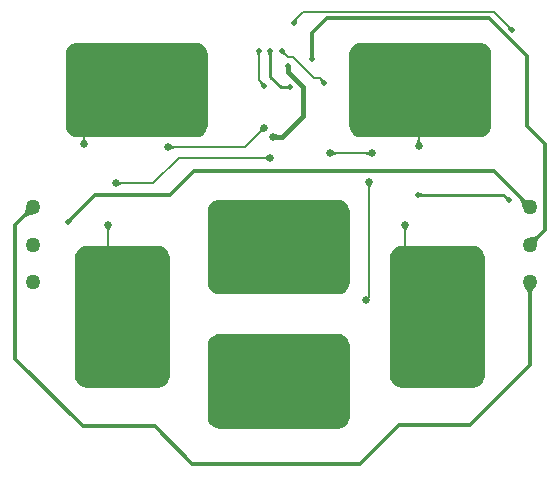
<source format=gtl>
G04 Layer_Physical_Order=1*
G04 Layer_Color=255*
%FSLAX25Y25*%
%MOIN*%
G70*
G01*
G75*
%ADD10C,0.00800*%
%ADD11C,0.01200*%
%ADD12C,0.01000*%
%ADD13C,0.01500*%
%ADD14C,0.05000*%
%ADD15C,0.02000*%
%ADD16C,0.02500*%
G36*
X3844894Y3021316D02*
X3845042Y3021190D01*
X3845113Y3021139D01*
X3845182Y3021096D01*
X3845248Y3021061D01*
X3845312Y3021034D01*
X3845374Y3021015D01*
X3845433Y3021003D01*
X3845490Y3021000D01*
X3844500Y3020010D01*
X3844497Y3020067D01*
X3844485Y3020127D01*
X3844466Y3020188D01*
X3844439Y3020252D01*
X3844404Y3020318D01*
X3844361Y3020387D01*
X3844310Y3020457D01*
X3844251Y3020530D01*
X3844110Y3020683D01*
X3844817Y3021390D01*
X3844894Y3021316D01*
D02*
G37*
G36*
X3815997Y3022422D02*
X3816047Y3022388D01*
X3816104Y3022358D01*
X3816169Y3022332D01*
X3816240Y3022310D01*
X3816319Y3022292D01*
X3816405Y3022278D01*
X3816498Y3022268D01*
X3816706Y3022260D01*
Y3021260D01*
X3816599Y3021258D01*
X3816405Y3021242D01*
X3816319Y3021228D01*
X3816240Y3021210D01*
X3816169Y3021188D01*
X3816104Y3021162D01*
X3816047Y3021132D01*
X3815997Y3021098D01*
X3815954Y3021060D01*
Y3022460D01*
X3815997Y3022422D01*
D02*
G37*
G36*
X3686975Y3015000D02*
X3686662Y3014996D01*
X3686089Y3014944D01*
X3685830Y3014896D01*
X3685588Y3014833D01*
X3685364Y3014755D01*
X3685158Y3014663D01*
X3684970Y3014557D01*
X3684800Y3014435D01*
X3684647Y3014299D01*
X3683799Y3015148D01*
X3683935Y3015300D01*
X3684056Y3015470D01*
X3684163Y3015658D01*
X3684255Y3015864D01*
X3684333Y3016088D01*
X3684396Y3016330D01*
X3684444Y3016589D01*
X3684477Y3016867D01*
X3684496Y3017162D01*
X3684500Y3017475D01*
X3686975Y3015000D01*
D02*
G37*
G36*
X3850300Y3020565D02*
X3850470Y3020444D01*
X3850658Y3020337D01*
X3850864Y3020245D01*
X3851088Y3020167D01*
X3851330Y3020104D01*
X3851589Y3020056D01*
X3851867Y3020023D01*
X3852162Y3020004D01*
X3852475Y3020000D01*
X3850000Y3017525D01*
X3849996Y3017838D01*
X3849944Y3018411D01*
X3849896Y3018670D01*
X3849833Y3018912D01*
X3849755Y3019136D01*
X3849663Y3019342D01*
X3849556Y3019530D01*
X3849435Y3019700D01*
X3849299Y3019852D01*
X3850148Y3020701D01*
X3850300Y3020565D01*
D02*
G37*
G36*
X3765107Y3033125D02*
X3765013Y3033215D01*
X3764917Y3033296D01*
X3764818Y3033367D01*
X3764717Y3033429D01*
X3764614Y3033481D01*
X3764509Y3033524D01*
X3764401Y3033557D01*
X3764292Y3033581D01*
X3764180Y3033595D01*
X3764066Y3033600D01*
Y3034400D01*
X3764180Y3034405D01*
X3764292Y3034419D01*
X3764401Y3034443D01*
X3764509Y3034476D01*
X3764614Y3034519D01*
X3764717Y3034571D01*
X3764818Y3034633D01*
X3764917Y3034704D01*
X3765013Y3034785D01*
X3765107Y3034875D01*
Y3033125D01*
D02*
G37*
G36*
X3786987Y3036285D02*
X3787083Y3036204D01*
X3787182Y3036133D01*
X3787283Y3036071D01*
X3787386Y3036019D01*
X3787491Y3035976D01*
X3787598Y3035943D01*
X3787708Y3035919D01*
X3787820Y3035905D01*
X3787934Y3035900D01*
Y3035100D01*
X3787820Y3035095D01*
X3787708Y3035081D01*
X3787598Y3035057D01*
X3787491Y3035024D01*
X3787386Y3034981D01*
X3787283Y3034929D01*
X3787182Y3034867D01*
X3787083Y3034796D01*
X3786987Y3034715D01*
X3786893Y3034625D01*
Y3036375D01*
X3786987Y3036285D01*
D02*
G37*
G36*
X3799785Y3025013D02*
X3799704Y3024917D01*
X3799633Y3024818D01*
X3799571Y3024717D01*
X3799519Y3024614D01*
X3799476Y3024509D01*
X3799443Y3024401D01*
X3799419Y3024292D01*
X3799405Y3024180D01*
X3799400Y3024066D01*
X3798600D01*
X3798595Y3024180D01*
X3798581Y3024292D01*
X3798557Y3024401D01*
X3798524Y3024509D01*
X3798481Y3024614D01*
X3798429Y3024717D01*
X3798367Y3024818D01*
X3798296Y3024917D01*
X3798215Y3025013D01*
X3798125Y3025107D01*
X3799875D01*
X3799785Y3025013D01*
D02*
G37*
G36*
X3715487Y3026285D02*
X3715583Y3026204D01*
X3715682Y3026133D01*
X3715783Y3026071D01*
X3715886Y3026019D01*
X3715991Y3025976D01*
X3716099Y3025943D01*
X3716208Y3025919D01*
X3716320Y3025905D01*
X3716434Y3025900D01*
Y3025100D01*
X3716320Y3025095D01*
X3716208Y3025081D01*
X3716099Y3025057D01*
X3715991Y3025024D01*
X3715886Y3024981D01*
X3715783Y3024929D01*
X3715682Y3024867D01*
X3715583Y3024796D01*
X3715487Y3024715D01*
X3715393Y3024625D01*
Y3026375D01*
X3715487Y3026285D01*
D02*
G37*
G36*
X3699914Y3013066D02*
X3699835Y3012985D01*
X3699603Y3012719D01*
X3699566Y3012666D01*
X3699537Y3012619D01*
X3699516Y3012577D01*
X3699504Y3012541D01*
X3699500Y3012510D01*
X3698510Y3013500D01*
X3698541Y3013504D01*
X3698577Y3013516D01*
X3698619Y3013537D01*
X3698666Y3013566D01*
X3698719Y3013603D01*
X3698841Y3013702D01*
X3698985Y3013835D01*
X3699066Y3013914D01*
X3699914Y3013066D01*
D02*
G37*
G36*
X3834587Y3004521D02*
X3835545Y3004124D01*
X3836367Y3003493D01*
X3836998Y3002670D01*
X3837395Y3001713D01*
X3837496Y3000943D01*
Y3000685D01*
Y2961315D01*
Y2961057D01*
X3837395Y2960287D01*
X3836998Y2959329D01*
X3836367Y2958507D01*
X3835545Y2957876D01*
X3834587Y2957479D01*
X3833817Y2957378D01*
X3809679D01*
X3808909Y2957479D01*
X3807951Y2957876D01*
X3807129Y2958507D01*
X3806498Y2959329D01*
X3806101Y2960287D01*
X3806000Y2961057D01*
Y2961315D01*
Y3000685D01*
Y3000943D01*
X3806101Y3001713D01*
X3806498Y3002670D01*
X3807129Y3003493D01*
X3807951Y3004124D01*
X3808909Y3004521D01*
X3809679Y3004622D01*
X3833817D01*
X3834587Y3004521D01*
D02*
G37*
G36*
X3789591Y3019895D02*
X3790548Y3019498D01*
X3791371Y3018867D01*
X3792002Y3018045D01*
X3792398Y3017087D01*
X3792500Y3016317D01*
Y3016059D01*
Y2992437D01*
Y2992179D01*
X3792398Y2991409D01*
X3792002Y2990451D01*
X3791371Y2989629D01*
X3790548Y2988998D01*
X3789591Y2988601D01*
X3788821Y2988500D01*
X3748935D01*
X3748165Y2988601D01*
X3747207Y2988998D01*
X3746385Y2989629D01*
X3745754Y2990451D01*
X3745357Y2991409D01*
X3745256Y2992179D01*
Y2992437D01*
Y3016059D01*
Y3016317D01*
X3745357Y3017087D01*
X3745754Y3018045D01*
X3746385Y3018867D01*
X3747207Y3019498D01*
X3748165Y3019895D01*
X3748935Y3019996D01*
X3788821D01*
X3789591Y3019895D01*
D02*
G37*
G36*
X3789591Y2975147D02*
X3790548Y2974750D01*
X3791371Y2974119D01*
X3792002Y2973297D01*
X3792399Y2972339D01*
X3792500Y2971569D01*
Y2971311D01*
Y2947689D01*
Y2947431D01*
X3792399Y2946661D01*
X3792002Y2945704D01*
X3791371Y2944881D01*
X3790548Y2944250D01*
X3789591Y2943853D01*
X3788821Y2943752D01*
X3748935D01*
X3748165Y2943853D01*
X3747207Y2944250D01*
X3746385Y2944881D01*
X3745754Y2945704D01*
X3745357Y2946661D01*
X3745256Y2947431D01*
Y2947689D01*
Y2971311D01*
X3745256D01*
Y2971569D01*
X3745357Y2972339D01*
X3745754Y2973297D01*
X3746385Y2974119D01*
X3747207Y2974750D01*
X3748165Y2975147D01*
X3748935Y2975248D01*
X3788821D01*
X3789591Y2975147D01*
D02*
G37*
G36*
X3729591Y3004521D02*
X3730548Y3004124D01*
X3731371Y3003493D01*
X3732002Y3002670D01*
X3732399Y3001713D01*
X3732500Y3000943D01*
Y3000685D01*
Y2961315D01*
X3732500D01*
Y2961057D01*
X3732399Y2960287D01*
X3732002Y2959329D01*
X3731371Y2958507D01*
X3730548Y2957876D01*
X3729591Y2957479D01*
X3728821Y2957378D01*
X3704683D01*
X3703913Y2957479D01*
X3702955Y2957876D01*
X3702133Y2958507D01*
X3701502Y2959329D01*
X3701105Y2960287D01*
X3701004Y2961057D01*
Y2961315D01*
Y3000685D01*
Y3000943D01*
X3701105Y3001713D01*
X3701502Y3002670D01*
X3702133Y3003493D01*
X3702955Y3004124D01*
X3703913Y3004521D01*
X3704683Y3004622D01*
X3728821D01*
X3729591Y3004521D01*
D02*
G37*
G36*
X3712785Y3010513D02*
X3712704Y3010417D01*
X3712633Y3010318D01*
X3712571Y3010217D01*
X3712519Y3010114D01*
X3712476Y3010009D01*
X3712443Y3009901D01*
X3712419Y3009792D01*
X3712405Y3009680D01*
X3712400Y3009566D01*
X3711600D01*
X3711595Y3009680D01*
X3711581Y3009792D01*
X3711557Y3009901D01*
X3711524Y3010009D01*
X3711481Y3010114D01*
X3711429Y3010217D01*
X3711367Y3010318D01*
X3711296Y3010417D01*
X3711215Y3010513D01*
X3711125Y3010607D01*
X3712875D01*
X3712785Y3010513D01*
D02*
G37*
G36*
X3811785D02*
X3811704Y3010417D01*
X3811633Y3010318D01*
X3811571Y3010217D01*
X3811519Y3010114D01*
X3811476Y3010009D01*
X3811443Y3009901D01*
X3811419Y3009792D01*
X3811405Y3009680D01*
X3811400Y3009566D01*
X3810600D01*
X3810595Y3009680D01*
X3810581Y3009792D01*
X3810557Y3009901D01*
X3810524Y3010009D01*
X3810481Y3010114D01*
X3810429Y3010217D01*
X3810367Y3010318D01*
X3810296Y3010417D01*
X3810215Y3010513D01*
X3810125Y3010607D01*
X3811875D01*
X3811785Y3010513D01*
D02*
G37*
G36*
X3854031Y2990490D02*
X3853664Y2990048D01*
X3853514Y2989831D01*
X3853387Y2989616D01*
X3853284Y2989403D01*
X3853204Y2989192D01*
X3853146Y2988983D01*
X3853112Y2988777D01*
X3853100Y2988573D01*
X3851900D01*
X3851889Y2988777D01*
X3851854Y2988983D01*
X3851796Y2989192D01*
X3851716Y2989403D01*
X3851612Y2989616D01*
X3851486Y2989831D01*
X3851337Y2990048D01*
X3851164Y2990268D01*
X3850969Y2990490D01*
X3850750Y2990715D01*
X3854250D01*
X3854031Y2990490D01*
D02*
G37*
G36*
X3855701Y3007352D02*
X3855565Y3007200D01*
X3855444Y3007030D01*
X3855337Y3006842D01*
X3855244Y3006636D01*
X3855167Y3006412D01*
X3855104Y3006170D01*
X3855056Y3005911D01*
X3855023Y3005633D01*
X3855004Y3005338D01*
X3855000Y3005025D01*
X3852525Y3007500D01*
X3852838Y3007504D01*
X3853411Y3007556D01*
X3853670Y3007604D01*
X3853912Y3007667D01*
X3854136Y3007745D01*
X3854342Y3007837D01*
X3854530Y3007944D01*
X3854700Y3008065D01*
X3854853Y3008201D01*
X3855701Y3007352D01*
D02*
G37*
G36*
X3780601Y3068287D02*
X3780625Y3067935D01*
X3780636Y3067871D01*
X3780649Y3067817D01*
X3780664Y3067773D01*
X3780681Y3067739D01*
X3780700Y3067714D01*
X3779300D01*
X3779319Y3067739D01*
X3779336Y3067773D01*
X3779351Y3067817D01*
X3779364Y3067871D01*
X3779375Y3067935D01*
X3779391Y3068091D01*
X3779399Y3068287D01*
X3779400Y3068400D01*
X3780600D01*
X3780601Y3068287D01*
D02*
G37*
G36*
X3766662Y3068743D02*
X3766628Y3068693D01*
X3766598Y3068636D01*
X3766572Y3068571D01*
X3766550Y3068500D01*
X3766532Y3068421D01*
X3766518Y3068335D01*
X3766508Y3068242D01*
X3766500Y3068034D01*
X3765500D01*
X3765498Y3068142D01*
X3765482Y3068335D01*
X3765468Y3068421D01*
X3765450Y3068500D01*
X3765428Y3068571D01*
X3765402Y3068636D01*
X3765372Y3068693D01*
X3765338Y3068743D01*
X3765300Y3068786D01*
X3766700D01*
X3766662Y3068743D01*
D02*
G37*
G36*
X3763283Y3059287D02*
X3763357Y3059226D01*
X3763432Y3059172D01*
X3763508Y3059126D01*
X3763585Y3059087D01*
X3763664Y3059055D01*
X3763743Y3059030D01*
X3763824Y3059013D01*
X3763906Y3059003D01*
X3763990Y3059000D01*
X3763000Y3058010D01*
X3762997Y3058093D01*
X3762987Y3058176D01*
X3762970Y3058257D01*
X3762945Y3058336D01*
X3762913Y3058415D01*
X3762874Y3058492D01*
X3762828Y3058568D01*
X3762774Y3058643D01*
X3762713Y3058717D01*
X3762645Y3058789D01*
X3763211Y3059355D01*
X3763283Y3059287D01*
D02*
G37*
G36*
X3783283Y3060287D02*
X3783357Y3060226D01*
X3783432Y3060172D01*
X3783508Y3060126D01*
X3783585Y3060087D01*
X3783664Y3060055D01*
X3783743Y3060030D01*
X3783825Y3060013D01*
X3783907Y3060003D01*
X3783990Y3060000D01*
X3783000Y3059010D01*
X3782997Y3059093D01*
X3782987Y3059176D01*
X3782970Y3059257D01*
X3782945Y3059336D01*
X3782913Y3059415D01*
X3782874Y3059492D01*
X3782828Y3059568D01*
X3782774Y3059643D01*
X3782713Y3059717D01*
X3782645Y3059789D01*
X3783210Y3060355D01*
X3783283Y3060287D01*
D02*
G37*
G36*
X3845783Y3077787D02*
X3845857Y3077726D01*
X3845932Y3077672D01*
X3846008Y3077626D01*
X3846085Y3077587D01*
X3846164Y3077555D01*
X3846243Y3077530D01*
X3846325Y3077513D01*
X3846407Y3077503D01*
X3846490Y3077500D01*
X3845500Y3076510D01*
X3845497Y3076593D01*
X3845487Y3076676D01*
X3845470Y3076757D01*
X3845445Y3076836D01*
X3845413Y3076915D01*
X3845374Y3076992D01*
X3845328Y3077068D01*
X3845274Y3077143D01*
X3845213Y3077217D01*
X3845145Y3077290D01*
X3845710Y3077855D01*
X3845783Y3077787D01*
D02*
G37*
G36*
X3775164Y3080098D02*
X3775094Y3080023D01*
X3775035Y3079949D01*
X3774986Y3079875D01*
X3774947Y3079801D01*
X3774919Y3079728D01*
X3774901Y3079654D01*
X3774894Y3079581D01*
X3774896Y3079508D01*
X3774909Y3079435D01*
X3774932Y3079363D01*
X3773656Y3079939D01*
X3773725Y3079966D01*
X3773794Y3079999D01*
X3773933Y3080077D01*
X3774002Y3080123D01*
X3774143Y3080228D01*
X3774214Y3080288D01*
X3774356Y3080422D01*
X3775164Y3080098D01*
D02*
G37*
G36*
X3762769Y3068851D02*
X3762718Y3068786D01*
X3762673Y3068716D01*
X3762634Y3068642D01*
X3762601Y3068564D01*
X3762574Y3068482D01*
X3762553Y3068395D01*
X3762538Y3068304D01*
X3762529Y3068209D01*
X3762526Y3068110D01*
X3761726D01*
X3761723Y3068209D01*
X3761714Y3068304D01*
X3761699Y3068395D01*
X3761678Y3068482D01*
X3761651Y3068564D01*
X3761618Y3068642D01*
X3761579Y3068716D01*
X3761534Y3068786D01*
X3761483Y3068851D01*
X3761426Y3068912D01*
X3762826D01*
X3762769Y3068851D01*
D02*
G37*
G36*
X3771003Y3069407D02*
X3771013Y3069324D01*
X3771030Y3069243D01*
X3771055Y3069164D01*
X3771087Y3069085D01*
X3771126Y3069008D01*
X3771172Y3068932D01*
X3771226Y3068857D01*
X3771287Y3068783D01*
X3771355Y3068711D01*
X3770789Y3068145D01*
X3770717Y3068213D01*
X3770643Y3068274D01*
X3770568Y3068328D01*
X3770492Y3068374D01*
X3770415Y3068413D01*
X3770336Y3068445D01*
X3770256Y3068470D01*
X3770176Y3068487D01*
X3770094Y3068497D01*
X3770010Y3068500D01*
X3771000Y3069490D01*
X3771003Y3069407D01*
D02*
G37*
G36*
X3771786Y3056800D02*
X3771743Y3056838D01*
X3771693Y3056872D01*
X3771636Y3056902D01*
X3771571Y3056928D01*
X3771500Y3056950D01*
X3771421Y3056968D01*
X3771335Y3056982D01*
X3771242Y3056992D01*
X3771034Y3057000D01*
Y3058000D01*
X3771141Y3058002D01*
X3771335Y3058018D01*
X3771421Y3058032D01*
X3771500Y3058050D01*
X3771571Y3058072D01*
X3771636Y3058098D01*
X3771693Y3058128D01*
X3771743Y3058162D01*
X3771786Y3058200D01*
Y3056800D01*
D02*
G37*
G36*
X3815905Y3039820D02*
X3815919Y3039708D01*
X3815943Y3039599D01*
X3815976Y3039491D01*
X3816019Y3039386D01*
X3816071Y3039283D01*
X3816133Y3039182D01*
X3816204Y3039083D01*
X3816285Y3038987D01*
X3816375Y3038893D01*
X3814625D01*
X3814715Y3038987D01*
X3814796Y3039083D01*
X3814867Y3039182D01*
X3814929Y3039283D01*
X3814981Y3039386D01*
X3815024Y3039491D01*
X3815057Y3039599D01*
X3815081Y3039708D01*
X3815095Y3039820D01*
X3815100Y3039934D01*
X3815900D01*
X3815905Y3039820D01*
D02*
G37*
G36*
X3704405Y3040320D02*
X3704419Y3040208D01*
X3704443Y3040099D01*
X3704476Y3039991D01*
X3704519Y3039886D01*
X3704571Y3039783D01*
X3704633Y3039682D01*
X3704704Y3039583D01*
X3704785Y3039487D01*
X3704875Y3039393D01*
X3703125D01*
X3703215Y3039487D01*
X3703296Y3039583D01*
X3703367Y3039682D01*
X3703429Y3039783D01*
X3703481Y3039886D01*
X3703524Y3039991D01*
X3703557Y3040099D01*
X3703581Y3040208D01*
X3703595Y3040320D01*
X3703600Y3040434D01*
X3704400D01*
X3704405Y3040320D01*
D02*
G37*
G36*
X3799107Y3034625D02*
X3799013Y3034715D01*
X3798917Y3034796D01*
X3798818Y3034867D01*
X3798717Y3034929D01*
X3798614Y3034981D01*
X3798509Y3035024D01*
X3798401Y3035057D01*
X3798292Y3035081D01*
X3798180Y3035095D01*
X3798066Y3035100D01*
Y3035900D01*
X3798180Y3035905D01*
X3798292Y3035919D01*
X3798401Y3035943D01*
X3798509Y3035976D01*
X3798614Y3036019D01*
X3798717Y3036071D01*
X3798818Y3036133D01*
X3798917Y3036204D01*
X3799013Y3036285D01*
X3799107Y3036375D01*
Y3034625D01*
D02*
G37*
G36*
X3732987Y3038285D02*
X3733083Y3038204D01*
X3733182Y3038133D01*
X3733283Y3038071D01*
X3733386Y3038019D01*
X3733491Y3037976D01*
X3733599Y3037943D01*
X3733708Y3037919D01*
X3733820Y3037905D01*
X3733934Y3037900D01*
Y3037100D01*
X3733820Y3037095D01*
X3733708Y3037081D01*
X3733599Y3037057D01*
X3733491Y3037024D01*
X3733386Y3036981D01*
X3733283Y3036929D01*
X3733182Y3036867D01*
X3733083Y3036796D01*
X3732987Y3036715D01*
X3732893Y3036625D01*
Y3038375D01*
X3732987Y3038285D01*
D02*
G37*
G36*
X3836758Y3072282D02*
X3837716Y3071886D01*
X3838538Y3071255D01*
X3839169Y3070432D01*
X3839566Y3069475D01*
X3839668Y3068705D01*
Y3068447D01*
Y3044825D01*
Y3044567D01*
X3839566Y3043797D01*
X3839169Y3042839D01*
X3838538Y3042017D01*
X3837716Y3041386D01*
X3836758Y3040989D01*
X3835989Y3040888D01*
X3796102D01*
X3795333Y3040989D01*
X3794375Y3041386D01*
X3793552Y3042017D01*
X3792921Y3042839D01*
X3792525Y3043797D01*
X3792423Y3044567D01*
Y3044825D01*
Y3068447D01*
Y3068705D01*
X3792525Y3069475D01*
X3792921Y3070432D01*
X3793552Y3071255D01*
X3794375Y3071886D01*
X3795333Y3072282D01*
X3796102Y3072384D01*
X3835989D01*
X3836758Y3072282D01*
D02*
G37*
G36*
X3763987Y3042750D02*
X3763857Y3042747D01*
X3763732Y3042736D01*
X3763612Y3042717D01*
X3763497Y3042689D01*
X3763387Y3042653D01*
X3763282Y3042609D01*
X3763183Y3042557D01*
X3763088Y3042496D01*
X3762999Y3042427D01*
X3762915Y3042349D01*
X3762349Y3042915D01*
X3762427Y3042999D01*
X3762496Y3043088D01*
X3762556Y3043183D01*
X3762609Y3043282D01*
X3762653Y3043387D01*
X3762689Y3043497D01*
X3762717Y3043612D01*
X3762736Y3043732D01*
X3762747Y3043857D01*
X3762750Y3043987D01*
X3763987Y3042750D01*
D02*
G37*
G36*
X3767923Y3041851D02*
X3767966Y3041830D01*
X3768021Y3041811D01*
X3768089Y3041795D01*
X3768168Y3041781D01*
X3768364Y3041761D01*
X3768609Y3041751D01*
X3768750Y3041750D01*
Y3040250D01*
X3768609Y3040249D01*
X3768168Y3040219D01*
X3768089Y3040205D01*
X3768021Y3040189D01*
X3767966Y3040170D01*
X3767923Y3040149D01*
X3767893Y3040125D01*
Y3041875D01*
X3767923Y3041851D01*
D02*
G37*
G36*
X3742270Y3072282D02*
X3743228Y3071886D01*
X3744050Y3071255D01*
X3744681Y3070432D01*
X3745078Y3069475D01*
X3745179Y3068705D01*
Y3068447D01*
Y3044825D01*
Y3044567D01*
X3745078Y3043797D01*
X3744681Y3042839D01*
X3744050Y3042017D01*
X3743228Y3041386D01*
X3742270Y3040989D01*
X3741500Y3040888D01*
X3701614D01*
X3700845Y3040989D01*
X3699887Y3041386D01*
X3699064Y3042017D01*
X3698433Y3042839D01*
X3698037Y3043797D01*
X3697935Y3044567D01*
Y3044825D01*
Y3068447D01*
Y3068705D01*
X3698037Y3069475D01*
X3698433Y3070432D01*
X3699064Y3071255D01*
X3699887Y3071886D01*
X3700845Y3072282D01*
X3701614Y3072384D01*
X3741500D01*
X3742270Y3072282D01*
D02*
G37*
D10*
X3811000Y3001000D02*
X3812000Y3000000D01*
X3712000Y3002000D02*
Y3011500D01*
X3798000Y2986500D02*
X3799000Y2987500D01*
Y3026000D01*
X3786000Y3035500D02*
X3800000D01*
X3732000Y3037500D02*
X3757500D01*
X3764000Y3044000D01*
X3703500Y3042000D02*
X3704000Y3041500D01*
Y3038500D02*
Y3041500D01*
X3735500Y3034000D02*
X3766000D01*
X3727000Y3025500D02*
X3735500Y3034000D01*
X3714500Y3025500D02*
X3727000D01*
X3815500Y3038000D02*
Y3042500D01*
X3811000Y3001000D02*
Y3011500D01*
X3762126Y3059874D02*
Y3069626D01*
Y3059874D02*
X3764000Y3058000D01*
X3782500Y3060500D02*
X3784000Y3059000D01*
X3770000Y3069500D02*
X3772000Y3067500D01*
X3773500D01*
X3780500Y3060500D01*
X3782500D01*
X3840500Y3082500D02*
X3846500Y3076500D01*
X3777000Y3082500D02*
X3840500D01*
X3774000Y3079500D02*
X3777000Y3082500D01*
X3774000Y3079000D02*
Y3079500D01*
D11*
X3796000Y2932000D02*
X3809000Y2945000D01*
X3740000Y2932000D02*
X3796000D01*
X3727500Y2944500D02*
X3740000Y2932000D01*
X3681000Y3011500D02*
X3687000Y3017500D01*
X3852500Y3005000D02*
X3857500Y3010000D01*
X3840500Y3029500D02*
X3852500Y3017500D01*
X3740500Y3029500D02*
X3840500D01*
X3732500Y3021500D02*
X3740500Y3029500D01*
X3852500Y2965000D02*
Y2992500D01*
X3832500Y2945000D02*
X3852500Y2965000D01*
X3809000Y2945000D02*
X3832500D01*
X3681000Y2967000D02*
Y3011500D01*
Y2967000D02*
X3703500Y2944500D01*
X3727500D01*
X3780000Y3067000D02*
Y3075500D01*
X3785000Y3080500D01*
X3857500Y3010000D02*
Y3038500D01*
X3851500Y3044500D02*
X3857500Y3038500D01*
X3851500Y3044500D02*
Y3068000D01*
X3839000Y3080500D02*
X3851500Y3068000D01*
X3785000Y3080500D02*
X3839000D01*
X3698500Y3012500D02*
X3707500Y3021500D01*
X3732500D01*
D12*
X3815240Y3021760D02*
X3843740D01*
X3845500Y3020000D01*
X3766000Y3061000D02*
Y3069500D01*
Y3061000D02*
X3769500Y3057500D01*
X3772500D01*
D13*
X3777000Y3048000D02*
Y3057500D01*
X3770000Y3041000D02*
X3777000Y3048000D01*
X3767000Y3041000D02*
X3770000D01*
X3772000Y3062500D02*
X3777000Y3057500D01*
X3772000Y3062500D02*
Y3064500D01*
D14*
X3687000Y2992500D02*
D03*
Y3005000D02*
D03*
Y3017500D02*
D03*
X3852500Y2992500D02*
D03*
Y3005000D02*
D03*
Y3017500D02*
D03*
D15*
X3791500Y2967000D02*
D03*
X3815240Y3021760D02*
D03*
X3845500Y3020000D02*
D03*
X3762126Y3069626D02*
D03*
X3764000Y3058000D02*
D03*
X3766000Y3069500D02*
D03*
X3784000Y3059000D02*
D03*
X3770000Y3069500D02*
D03*
X3780000Y3067000D02*
D03*
X3772500Y3057500D02*
D03*
X3772000Y3064500D02*
D03*
X3846500Y3076500D02*
D03*
X3774000Y3079000D02*
D03*
X3698500Y3012500D02*
D03*
D16*
X3786000Y3035500D02*
D03*
X3800000D02*
D03*
X3732000Y3037500D02*
D03*
X3764000Y3044000D02*
D03*
X3704000Y3038500D02*
D03*
X3714500Y3025500D02*
D03*
X3712000Y3011500D02*
D03*
X3798000Y2986500D02*
D03*
X3799000Y3026000D02*
D03*
X3766000Y3034000D02*
D03*
X3771000Y3015000D02*
D03*
X3815500Y3038000D02*
D03*
X3811000Y3011500D02*
D03*
X3767000Y3041000D02*
D03*
M02*

</source>
